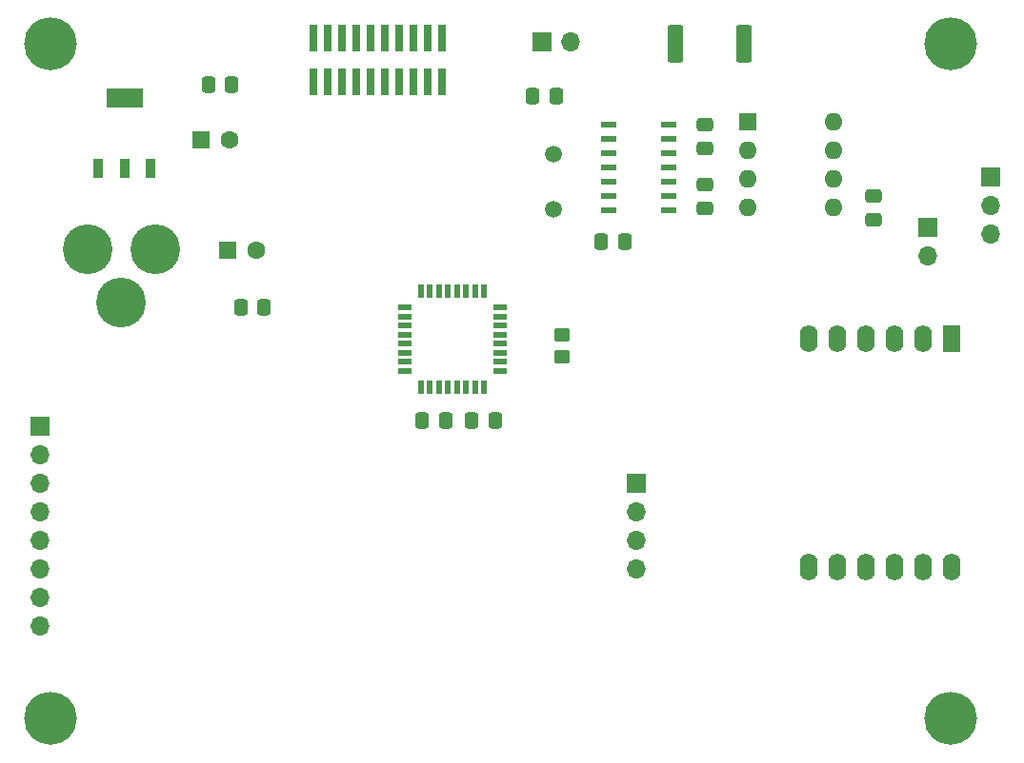
<source format=gts>
G04 #@! TF.GenerationSoftware,KiCad,Pcbnew,8.0.6*
G04 #@! TF.CreationDate,2025-01-19T13:54:33-05:00*
G04 #@! TF.ProjectId,RA2E1-CAN-Rev2,52413245-312d-4434-914e-2d526576322e,rev?*
G04 #@! TF.SameCoordinates,Original*
G04 #@! TF.FileFunction,Soldermask,Top*
G04 #@! TF.FilePolarity,Negative*
%FSLAX46Y46*%
G04 Gerber Fmt 4.6, Leading zero omitted, Abs format (unit mm)*
G04 Created by KiCad (PCBNEW 8.0.6) date 2025-01-19 13:54:33*
%MOMM*%
%LPD*%
G01*
G04 APERTURE LIST*
G04 Aperture macros list*
%AMRoundRect*
0 Rectangle with rounded corners*
0 $1 Rounding radius*
0 $2 $3 $4 $5 $6 $7 $8 $9 X,Y pos of 4 corners*
0 Add a 4 corners polygon primitive as box body*
4,1,4,$2,$3,$4,$5,$6,$7,$8,$9,$2,$3,0*
0 Add four circle primitives for the rounded corners*
1,1,$1+$1,$2,$3*
1,1,$1+$1,$4,$5*
1,1,$1+$1,$6,$7*
1,1,$1+$1,$8,$9*
0 Add four rect primitives between the rounded corners*
20,1,$1+$1,$2,$3,$4,$5,0*
20,1,$1+$1,$4,$5,$6,$7,0*
20,1,$1+$1,$6,$7,$8,$9,0*
20,1,$1+$1,$8,$9,$2,$3,0*%
G04 Aperture macros list end*
%ADD10C,4.700000*%
%ADD11R,1.700000X1.700000*%
%ADD12O,1.700000X1.700000*%
%ADD13C,1.500000*%
%ADD14R,0.500000X1.200000*%
%ADD15R,1.200000X0.500000*%
%ADD16R,1.600000X1.600000*%
%ADD17C,1.600000*%
%ADD18RoundRect,0.250000X-0.450000X0.350000X-0.450000X-0.350000X0.450000X-0.350000X0.450000X0.350000X0*%
%ADD19RoundRect,0.250000X-0.337500X-0.475000X0.337500X-0.475000X0.337500X0.475000X-0.337500X0.475000X0*%
%ADD20R,1.397000X0.558800*%
%ADD21R,0.950000X1.750000*%
%ADD22R,3.200000X1.750000*%
%ADD23RoundRect,0.250000X0.475000X-0.337500X0.475000X0.337500X-0.475000X0.337500X-0.475000X-0.337500X0*%
%ADD24O,1.600000X1.600000*%
%ADD25R,0.740000X2.400000*%
%ADD26RoundRect,0.250000X-0.475000X0.337500X-0.475000X-0.337500X0.475000X-0.337500X0.475000X0.337500X0*%
%ADD27R,1.600000X2.400000*%
%ADD28O,1.600000X2.400000*%
%ADD29C,4.419600*%
%ADD30RoundRect,0.249999X-0.450001X-1.425001X0.450001X-1.425001X0.450001X1.425001X-0.450001X1.425001X0*%
G04 APERTURE END LIST*
D10*
X75000000Y-30000000D03*
X155000000Y-30000000D03*
X75000000Y-90000000D03*
X155000000Y-90000000D03*
D11*
X74000000Y-64000000D03*
D12*
X74000000Y-66540000D03*
X74000000Y-69080000D03*
X74000000Y-71620000D03*
X74000000Y-74160000D03*
X74000000Y-76700000D03*
X74000000Y-79240000D03*
X74000000Y-81780000D03*
D13*
X119634000Y-39818000D03*
X119634000Y-44698000D03*
D14*
X107900000Y-60500000D03*
X108700000Y-60500000D03*
X109500000Y-60500000D03*
X110300000Y-60500000D03*
X111100000Y-60500000D03*
X111900000Y-60500000D03*
X112700000Y-60500000D03*
X113500000Y-60500000D03*
D15*
X114950000Y-59050000D03*
X114950000Y-58250000D03*
X114950000Y-57450000D03*
X114950000Y-56650000D03*
X114950000Y-55850000D03*
X114950000Y-55050000D03*
X114950000Y-54250000D03*
X114950000Y-53450000D03*
D14*
X113500000Y-52000000D03*
X112700000Y-52000000D03*
X111900000Y-52000000D03*
X111100000Y-52000000D03*
X110300000Y-52000000D03*
X109500000Y-52000000D03*
X108700000Y-52000000D03*
X107900000Y-52000000D03*
D15*
X106450000Y-53450000D03*
X106450000Y-54250000D03*
X106450000Y-55050000D03*
X106450000Y-55850000D03*
X106450000Y-56650000D03*
X106450000Y-57450000D03*
X106450000Y-58250000D03*
X106450000Y-59050000D03*
D16*
X90750000Y-48300000D03*
D17*
X93250000Y-48300000D03*
D18*
X120450000Y-55850000D03*
X120450000Y-57850000D03*
D19*
X112412500Y-63450000D03*
X114487500Y-63450000D03*
D20*
X124599700Y-37188000D03*
X124599700Y-38458000D03*
X124599700Y-39728000D03*
X124599700Y-40998000D03*
X124599700Y-42268000D03*
X124599700Y-43538000D03*
X124599700Y-44808000D03*
X129908300Y-44808000D03*
X129908300Y-43538000D03*
X129908300Y-42268000D03*
X129908300Y-40998000D03*
X129908300Y-39728000D03*
X129908300Y-38458000D03*
X129908300Y-37188000D03*
D19*
X123930500Y-47602000D03*
X126005500Y-47602000D03*
D21*
X79232400Y-41050000D03*
X81532400Y-41050000D03*
X83832400Y-41050000D03*
D22*
X81532400Y-34750000D03*
D11*
X118638000Y-29797000D03*
D12*
X121178000Y-29797000D03*
D23*
X148082000Y-45591500D03*
X148082000Y-43516500D03*
D16*
X136916000Y-36944000D03*
D24*
X136916000Y-39484000D03*
X136916000Y-42024000D03*
X136916000Y-44564000D03*
X144536000Y-44564000D03*
X144536000Y-42024000D03*
X144536000Y-39484000D03*
X144536000Y-36944000D03*
D11*
X158500000Y-41800000D03*
D12*
X158500000Y-44340000D03*
X158500000Y-46880000D03*
D19*
X88994900Y-33600000D03*
X91069900Y-33600000D03*
D25*
X109780000Y-29450000D03*
X109780000Y-33350000D03*
X108510000Y-29450000D03*
X108510000Y-33350000D03*
X107240000Y-29450000D03*
X107240000Y-33350000D03*
X105970000Y-29450000D03*
X105970000Y-33350000D03*
X104700000Y-29450000D03*
X104700000Y-33350000D03*
X103430000Y-29450000D03*
X103430000Y-33350000D03*
X102160000Y-29450000D03*
X102160000Y-33350000D03*
X100890000Y-29450000D03*
X100890000Y-33350000D03*
X99620000Y-29450000D03*
X99620000Y-33350000D03*
X98350000Y-29450000D03*
X98350000Y-33350000D03*
D26*
X133096000Y-42500500D03*
X133096000Y-44575500D03*
D16*
X88350000Y-38500000D03*
D17*
X90850000Y-38500000D03*
D27*
X155050000Y-56200000D03*
D28*
X152510000Y-56200000D03*
X149970000Y-56200000D03*
X147430000Y-56200000D03*
X144890000Y-56200000D03*
X142350000Y-56200000D03*
X142350000Y-76520000D03*
X144890000Y-76520000D03*
X147430000Y-76520000D03*
X149970000Y-76520000D03*
X152510000Y-76520000D03*
X155050000Y-76520000D03*
D19*
X117834500Y-34648000D03*
X119909500Y-34648000D03*
D26*
X133096000Y-37166500D03*
X133096000Y-39241500D03*
D19*
X91862500Y-53400000D03*
X93937500Y-53400000D03*
D11*
X127000000Y-69080000D03*
D12*
X127000000Y-71620000D03*
X127000000Y-74160000D03*
X127000000Y-76700000D03*
D19*
X108012500Y-63450000D03*
X110087500Y-63450000D03*
D11*
X152950000Y-46275000D03*
D12*
X152950000Y-48815000D03*
D29*
X78250000Y-48250000D03*
X81250000Y-52950000D03*
X84250000Y-48250000D03*
D30*
X130527000Y-29923000D03*
X136627000Y-29923000D03*
M02*

</source>
